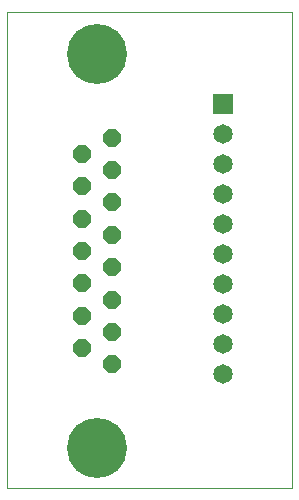
<source format=gbs>
G75*
%MOIN*%
%OFA0B0*%
%FSLAX25Y25*%
%IPPOS*%
%LPD*%
%AMOC8*
5,1,8,0,0,1.08239X$1,22.5*
%
%ADD10C,0.00000*%
%ADD11R,0.06500X0.06500*%
%ADD12C,0.06500*%
%ADD13OC8,0.06000*%
%ADD14C,0.20000*%
D10*
X0041800Y0001000D02*
X0041800Y0159701D01*
X0136721Y0159701D01*
X0136721Y0001000D01*
X0041800Y0001000D01*
D11*
X0113800Y0129000D03*
D12*
X0113800Y0119000D03*
X0113800Y0109000D03*
X0113800Y0099000D03*
X0113800Y0089000D03*
X0113800Y0079000D03*
X0113800Y0069000D03*
X0113800Y0059000D03*
X0113800Y0049000D03*
X0113800Y0039000D03*
D13*
X0076800Y0042200D03*
X0076800Y0053000D03*
X0076800Y0063800D03*
X0076800Y0074600D03*
X0076800Y0085400D03*
X0076800Y0096200D03*
X0076800Y0107000D03*
X0076800Y0117800D03*
X0066800Y0112400D03*
X0066800Y0101600D03*
X0066800Y0090800D03*
X0066800Y0080000D03*
X0066800Y0069200D03*
X0066800Y0058400D03*
X0066800Y0047600D03*
D14*
X0071800Y0014400D03*
X0071800Y0145600D03*
M02*

</source>
